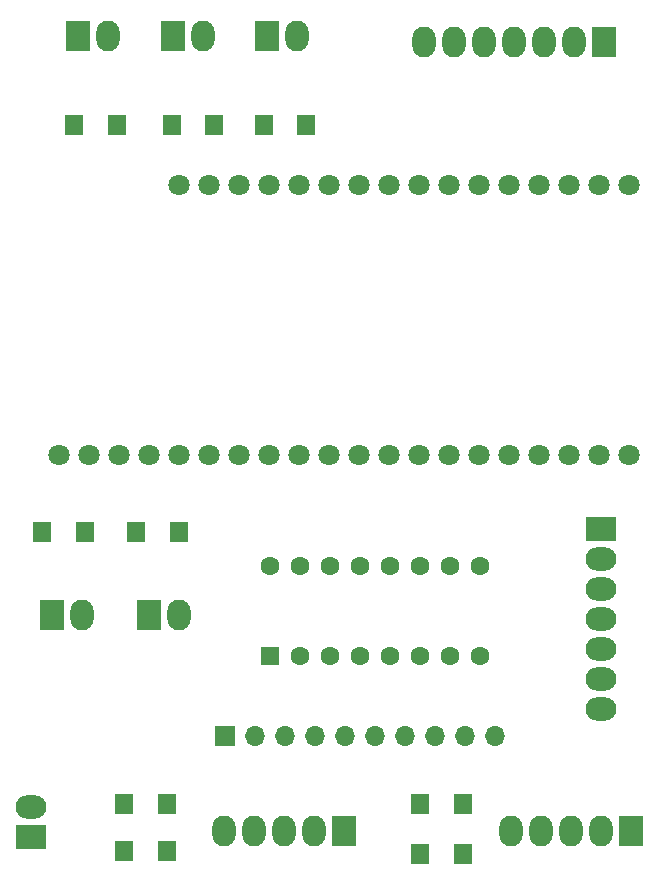
<source format=gts>
G04 #@! TF.GenerationSoftware,KiCad,Pcbnew,(5.1.8)-1*
G04 #@! TF.CreationDate,2021-09-19T21:20:28+02:00*
G04 #@! TF.ProjectId,sdr-controller,7364722d-636f-46e7-9472-6f6c6c65722e,rev?*
G04 #@! TF.SameCoordinates,Original*
G04 #@! TF.FileFunction,Soldermask,Top*
G04 #@! TF.FilePolarity,Negative*
%FSLAX46Y46*%
G04 Gerber Fmt 4.6, Leading zero omitted, Abs format (unit mm)*
G04 Created by KiCad (PCBNEW (5.1.8)-1) date 2021-09-19 21:20:28*
%MOMM*%
%LPD*%
G01*
G04 APERTURE LIST*
%ADD10R,2.000000X2.600000*%
%ADD11O,2.000000X2.600000*%
%ADD12R,2.600000X2.000000*%
%ADD13O,2.600000X2.000000*%
%ADD14R,1.500000X1.800000*%
%ADD15C,1.800000*%
%ADD16C,1.600000*%
%ADD17R,1.600000X1.600000*%
%ADD18R,1.700000X1.700000*%
%ADD19O,1.700000X1.700000*%
G04 APERTURE END LIST*
D10*
X97830000Y-109250000D03*
D11*
X95290000Y-109250000D03*
X92750000Y-109250000D03*
X90210000Y-109250000D03*
X87670000Y-109250000D03*
D10*
X73500000Y-109250000D03*
D11*
X70960000Y-109250000D03*
X68420000Y-109250000D03*
X65880000Y-109250000D03*
X63340000Y-109250000D03*
D12*
X47000000Y-109750000D03*
D13*
X47000000Y-107210000D03*
D10*
X95500000Y-42500000D03*
D11*
X92960000Y-42500000D03*
X90420000Y-42500000D03*
X87880000Y-42500000D03*
X85340000Y-42500000D03*
X82800000Y-42500000D03*
X80260000Y-42500000D03*
D12*
X95250000Y-83750000D03*
D13*
X95250000Y-86290000D03*
X95250000Y-88830000D03*
X95250000Y-91370000D03*
X95250000Y-93910000D03*
X95250000Y-96450000D03*
X95250000Y-98990000D03*
D10*
X51000000Y-42000000D03*
D11*
X53540000Y-42000000D03*
D10*
X59000000Y-42000000D03*
D11*
X61540000Y-42000000D03*
D10*
X57000000Y-91000000D03*
D11*
X59540000Y-91000000D03*
D10*
X48750000Y-91000000D03*
D11*
X51290000Y-91000000D03*
D10*
X67000000Y-42000000D03*
D11*
X69540000Y-42000000D03*
D14*
X54250000Y-49500000D03*
X50650000Y-49500000D03*
X62500000Y-49500000D03*
X58900000Y-49500000D03*
X59500000Y-84000000D03*
X55900000Y-84000000D03*
X51550000Y-84000000D03*
X47950000Y-84000000D03*
X70300000Y-49500000D03*
X66700000Y-49500000D03*
D15*
X49370000Y-77430000D03*
X51910000Y-77430000D03*
X54450000Y-77430000D03*
X56990000Y-77430000D03*
X59530000Y-77430000D03*
X62070000Y-77430000D03*
X64610000Y-77430000D03*
X67150000Y-77430000D03*
X69690000Y-77430000D03*
X72230000Y-77430000D03*
X74770000Y-77430000D03*
X77310000Y-77430000D03*
X59530000Y-54570000D03*
X62070000Y-54570000D03*
X64610000Y-54570000D03*
X67150000Y-54570000D03*
X69690000Y-54570000D03*
X72230000Y-54570000D03*
X74770000Y-54570000D03*
X77310000Y-54570000D03*
X79850000Y-54570000D03*
X82390000Y-54570000D03*
X84930000Y-54570000D03*
X87470000Y-54570000D03*
X90010000Y-54570000D03*
X92550000Y-54570000D03*
X95090000Y-54570000D03*
X97630000Y-54570000D03*
X79850000Y-77430000D03*
X82390000Y-77430000D03*
X84930000Y-77430000D03*
X87470000Y-77430000D03*
X90010000Y-77430000D03*
X92550000Y-77430000D03*
X95090000Y-77430000D03*
X97630000Y-77430000D03*
D16*
X85030000Y-86880000D03*
X85030000Y-94500000D03*
X67250000Y-86880000D03*
X69790000Y-86880000D03*
X72330000Y-86880000D03*
X74870000Y-86880000D03*
X77410000Y-86880000D03*
X79950000Y-86880000D03*
X82490000Y-86880000D03*
X82490000Y-94500000D03*
X79950000Y-94500000D03*
X77410000Y-94500000D03*
X74870000Y-94500000D03*
X72330000Y-94500000D03*
X69790000Y-94500000D03*
D17*
X67250000Y-94500000D03*
D14*
X58500000Y-111000000D03*
X54900000Y-111000000D03*
X83550000Y-111250000D03*
X79950000Y-111250000D03*
X58500000Y-107000000D03*
X54900000Y-107000000D03*
X83550000Y-107000000D03*
X79950000Y-107000000D03*
D18*
X63420000Y-101250000D03*
D19*
X65960000Y-101250000D03*
X68500000Y-101250000D03*
X71040000Y-101250000D03*
X73580000Y-101250000D03*
X76120000Y-101250000D03*
X78660000Y-101250000D03*
X81200000Y-101250000D03*
X83740000Y-101250000D03*
X86280000Y-101250000D03*
M02*

</source>
